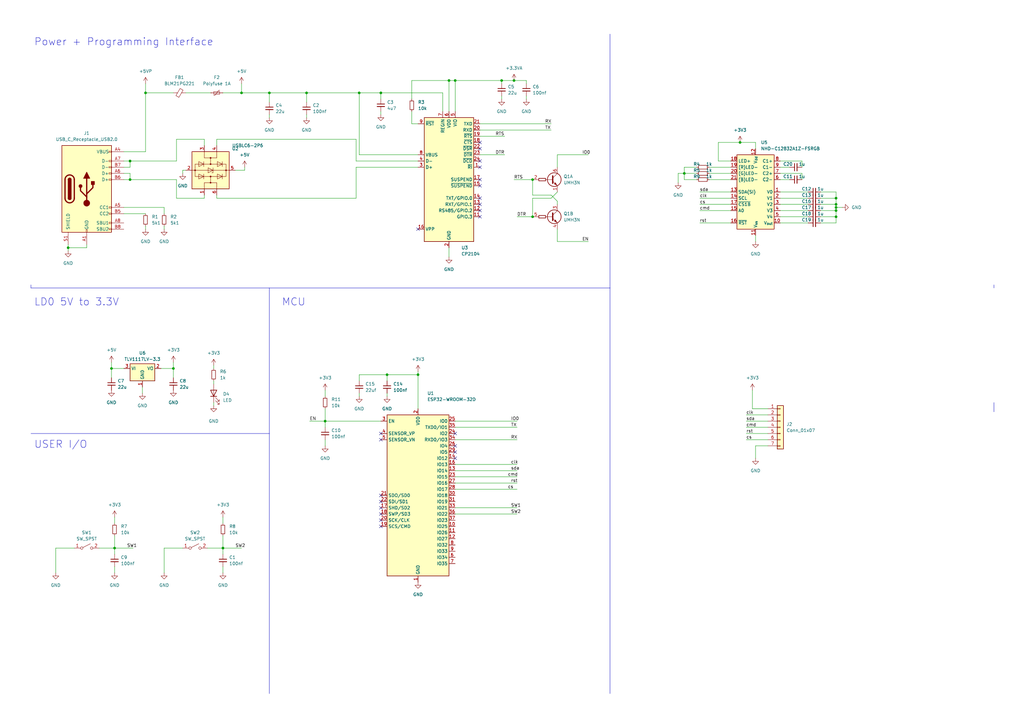
<source format=kicad_sch>
(kicad_sch (version 20230121) (generator eeschema)
  (paper "A3")
  (title_block (title "esp32 iot board") (date "2023-12-14") (rev "1.0") (company "By Nikolaj Gliese"))
  (lib_symbols
    (symbol "Connector:USB_C_Receptacle_USB2.0" (pin_names (offset 1.016))
      (property "Reference" "J1" (at 0 22.86 0))
      (property "Value" "USB_C_Receptacle_USB2.0" (at 0 20.32 0))
      (symbol "USB_C_Receptacle_USB2.0_1_1"
        (pin passive line (at 0 -22.86 90) (length 5.08) (name "GND") (number "A1"))
        (pin passive line (at 0 -22.86 90) (length 5.08) hide (name "GND") (number "A12"))
        (pin passive line (at 15.24 15.24 180) (length 5.08) (name "VBUS") (number "A4"))
        (pin bidirectional line (at 15.24 -7.62 180) (length 5.08) (name "CC1") (number "A5"))
        (pin bidirectional line (at 15.24 6.35 180) (length 5.08) (name "D+") (number "A6"))
        (pin bidirectional line (at 15.24 11.43 180) (length 5.08) (name "D-") (number "A7"))
        (pin bidirectional line (at 15.24 -13.97 180) (length 5.08) (name "SBU1") (number "A8"))
        (pin passive line (at 15.24 15.24 180) (length 5.08) hide (name "VBUS") (number "A9"))
        (pin passive line (at 0 -22.86 90) (length 5.08) hide (name "GND") (number "B1"))
        (pin passive line (at 0 -22.86 90) (length 5.08) hide (name "GND") (number "B12"))
        (pin passive line (at 15.24 15.24 180) (length 5.08) hide (name "VBUS") (number "B4"))
        (pin bidirectional line (at 15.24 -10.16 180) (length 5.08) (name "CC2") (number "B5"))
        (pin bidirectional line (at 15.24 3.81 180) (length 5.08) (name "D+") (number "B6"))
        (pin bidirectional line (at 15.24 8.89 180) (length 5.08) (name "D-") (number "B7"))
        (pin bidirectional line (at 15.24 -16.51 180) (length 5.08) (name "SBU2") (number "B8"))
        (pin passive line (at 15.24 15.24 180) (length 5.08) hide (name "VBUS") (number "B9"))
        (pin passive line (at -7.62 -22.86 90) (length 5.08) (name "SHIELD") (number "S1"))
      )
    )
    (symbol "Connector_Generic:Conn_01x07" (pin_names (offset 1.016) hide)
      (property "Reference" "J" (at 0 10.16 0))
      (property "Value" "Conn_01x07" (at 0 -10.16 0))
      (symbol "Conn_01x07_1_1"
        (pin passive line (at -5.08 7.62 0) (length 3.81) (name "Pin_1") (number "1"))
        (pin passive line (at -5.08 5.08 0) (length 3.81) (name "Pin_2") (number "2"))
        (pin passive line (at -5.08 2.54 0) (length 3.81) (name "Pin_3") (number "3"))
        (pin passive line (at -5.08 0 0) (length 3.81) (name "Pin_4") (number "4"))
        (pin passive line (at -5.08 -2.54 0) (length 3.81) (name "Pin_5") (number "5"))
        (pin passive line (at -5.08 -5.08 0) (length 3.81) (name "Pin_6") (number "6"))
        (pin passive line (at -5.08 -7.62 0) (length 3.81) (name "Pin_7") (number "7"))
      )
    )
    (symbol "Device:C_Small" (pin_numbers hide) (pin_names (offset 0.254) hide)
      (property "Reference" "C" (at 0.254 1.778 0))
      (property "Value" "C_Small" (at 0.254 -2.032 0))
      (symbol "C_Small_1_1"
        (pin passive line (at 0 2.54 270) (length 2.032) (name "~") (number "1"))
        (pin passive line (at 0 -2.54 90) (length 2.032) (name "~") (number "2"))
      )
    )
    (symbol "Device:FerriteBead_Small" (pin_numbers hide) (pin_names (offset 0))
      (property "Reference" "FB" (at 1.905 1.27 0))
      (property "Value" "FerriteBead_Small" (at 1.905 -1.27 0))
      (symbol "FerriteBead_Small_1_1"
        (pin passive line (at 0 2.54 270) (length 1.27) (name "~") (number "1"))
        (pin passive line (at 0 -2.54 90) (length 1.27) (name "~") (number "2"))
      )
    )
    (symbol "Device:LED" (pin_numbers hide) (pin_names (offset 1.016) hide)
      (property "Reference" "D" (at 0 2.54 0))
      (property "Value" "LED" (at 0 -2.54 0))
      (symbol "LED_1_1"
        (pin passive line (at -3.81 0 0) (length 2.54) (name "K") (number "1"))
        (pin passive line (at 3.81 0 180) (length 2.54) (name "A") (number "2"))
      )
    )
    (symbol "Device:Polyfuse_Small" (pin_numbers hide) (pin_names (offset 0))
      (property "Reference" "F" (at -1.905 0 90))
      (property "Value" "Polyfuse_Small" (at 1.905 0 90))
      (symbol "Polyfuse_Small_1_1"
        (pin passive line (at 0 2.54 270) (length 0.635) (name "~") (number "1"))
        (pin passive line (at 0 -2.54 90) (length 0.635) (name "~") (number "2"))
      )
    )
    (symbol "Device:R_Small" (pin_numbers hide) (pin_names (offset 0.254) hide)
      (property "Reference" "R" (at 0.762 0.508 0))
      (property "Value" "R_Small" (at 0.762 -1.016 0))
      (symbol "R_Small_1_1"
        (pin passive line (at 0 2.54 270) (length 0.762) (name "~") (number "1"))
        (pin passive line (at 0 -2.54 90) (length 0.762) (name "~") (number "2"))
      )
    )
    (symbol "Display_Graphic:NHD-C12832A1Z-FSRGB"
      (property "Reference" "U" (at -7.62 15.875 0))
      (property "Value" "NHD-C12832A1Z-FSRGB" (at 2.54 -16.51 0))
      (symbol "NHD-C12832A1Z-FSRGB_1_1"
        (pin passive line (at 10.16 0 180) (length 2.54) (name "V0") (number "1"))
        (pin passive line (at 10.16 -12.7 180) (length 2.54) (name "V_{out}") (number "10"))
        (pin power_in line (at 0 -17.78 90) (length 2.54) (name "V_{ss}") (number "11"))
        (pin power_in line (at 0 17.78 270) (length 2.54) (name "V_{dd}") (number "12"))
        (pin input line (at -10.16 0 0) (length 2.54) (name "SDA(SI)") (number "13"))
        (pin input line (at -10.16 -2.54 0) (length 2.54) (name "SCL") (number "14"))
        (pin input line (at -10.16 -7.62 0) (length 2.54) (name "A0") (number "15"))
        (pin input line (at -10.16 -12.7 0) (length 2.54) (name "~{RST}") (number "16"))
        (pin input line (at -10.16 -5.08 0) (length 2.54) (name "~{CS1B}") (number "17"))
        (pin passive line (at -10.16 12.7 0) (length 2.54) (name "LED+") (number "18"))
        (pin passive line (at -10.16 10.16 0) (length 2.54) (name "(R)LED-") (number "19"))
        (pin passive line (at 10.16 -2.54 180) (length 2.54) (name "V1") (number "2"))
        (pin passive line (at -10.16 7.62 0) (length 2.54) (name "(G)LED-") (number "20"))
        (pin passive line (at -10.16 5.08 0) (length 2.54) (name "(B)LED-") (number "21"))
        (pin passive line (at 10.16 -5.08 180) (length 2.54) (name "V2") (number "3"))
        (pin passive line (at 10.16 -7.62 180) (length 2.54) (name "V3") (number "4"))
        (pin passive line (at 10.16 -10.16 180) (length 2.54) (name "V4") (number "5"))
        (pin passive line (at 10.16 5.08 180) (length 2.54) (name "C2-") (number "6"))
        (pin passive line (at 10.16 7.62 180) (length 2.54) (name "C2+") (number "7"))
        (pin passive line (at 10.16 12.7 180) (length 2.54) (name "C1+") (number "8"))
        (pin passive line (at 10.16 10.16 180) (length 2.54) (name "C1-") (number "9"))
      )
    )
    (symbol "Interface_USB:CP2104"
      (property "Reference" "U" (at -5.08 28.575 0))
      (property "Value" "CP2104" (at -5.08 26.67 0))
      (symbol "CP2104_1_1"
        (pin input line (at 12.7 5.08 180) (length 2.54) (name "~{RI}") (number "1"))
        (pin no_connect line (at 10.16 -20.32 180) (length 2.54) hide (name "NC") (number "10"))
        (pin bidirectional line (at 12.7 -15.24 180) (length 2.54) (name "GPIO.3") (number "11"))
        (pin bidirectional line (at 12.7 -12.7 180) (length 2.54) (name "RS485/GPIO.2") (number "12"))
        (pin bidirectional line (at 12.7 -10.16 180) (length 2.54) (name "RXT/GPIO.1") (number "13"))
        (pin bidirectional line (at 12.7 -7.62 180) (length 2.54) (name "TXT/GPIO.0") (number "14"))
        (pin output line (at 12.7 -2.54 180) (length 2.54) (name "~{SUSPEND}") (number "15"))
        (pin passive line (at -12.7 -20.32 0) (length 2.54) (name "VPP") (number "16"))
        (pin output line (at 12.7 0 180) (length 2.54) (name "SUSPEND") (number "17"))
        (pin input line (at 12.7 15.24 180) (length 2.54) (name "~{CTS}") (number "18"))
        (pin output line (at 12.7 17.78 180) (length 2.54) (name "~{RTS}") (number "19"))
        (pin power_in line (at 0 -27.94 90) (length 2.54) (name "GND") (number "2"))
        (pin input line (at 12.7 20.32 180) (length 2.54) (name "RXD") (number "20"))
        (pin output line (at 12.7 22.86 180) (length 2.54) (name "TXD") (number "21"))
        (pin input line (at 12.7 12.7 180) (length 2.54) (name "~{DSR}") (number "22"))
        (pin output line (at 12.7 10.16 180) (length 2.54) (name "~{DTR}") (number "23"))
        (pin input line (at 12.7 7.62 180) (length 2.54) (name "~{DCD}") (number "24"))
        (pin passive line (at 0 -27.94 90) (length 2.54) hide (name "GND") (number "25"))
        (pin bidirectional line (at -12.7 5.08 0) (length 2.54) (name "D+") (number "3"))
        (pin bidirectional line (at -12.7 7.62 0) (length 2.54) (name "D-") (number "4"))
        (pin power_in line (at 2.54 27.94 270) (length 2.54) (name "VIO") (number "5"))
        (pin power_in line (at 0 27.94 270) (length 2.54) (name "VDD") (number "6"))
        (pin power_in line (at -2.54 27.94 270) (length 2.54) (name "REGIN") (number "7"))
        (pin input line (at -12.7 10.16 0) (length 2.54) (name "VBUS") (number "8"))
        (pin bidirectional line (at -12.7 22.86 0) (length 2.54) (name "~{RST}") (number "9"))
      )
    )
    (symbol "Power_Protection:USBLC6-2P6" (pin_names hide)
      (property "Reference" "U" (at 2.54 8.89 0))
      (property "Value" "USBLC6-2P6" (at 2.54 -8.89 0))
      (symbol "USBLC6-2P6_1_1"
        (pin passive line (at -10.16 -2.54 0) (length 2.54) (name "I/O1") (number "1"))
        (pin passive line (at 0 -10.16 90) (length 2.54) (name "GND") (number "2"))
        (pin passive line (at 10.16 -2.54 180) (length 2.54) (name "I/O2") (number "3"))
        (pin passive line (at 10.16 2.54 180) (length 2.54) (name "I/O2") (number "4"))
        (pin passive line (at 0 10.16 270) (length 2.54) (name "VBUS") (number "5"))
        (pin passive line (at -10.16 2.54 0) (length 2.54) (name "I/O1") (number "6"))
      )
    )
    (symbol "RF_Module:ESP32-WROOM-32D"
      (property "Reference" "U" (at -12.7 34.29 0))
      (property "Value" "ESP32-WROOM-32D" (at 1.27 34.29 0))
      (symbol "ESP32-WROOM-32D_1_1"
        (pin power_in line (at 0 -35.56 90) (length 2.54) (name "GND") (number "1"))
        (pin bidirectional line (at 15.24 -12.7 180) (length 2.54) (name "IO25") (number "10"))
        (pin bidirectional line (at 15.24 -15.24 180) (length 2.54) (name "IO26") (number "11"))
        (pin bidirectional line (at 15.24 -17.78 180) (length 2.54) (name "IO27") (number "12"))
        (pin bidirectional line (at 15.24 10.16 180) (length 2.54) (name "IO14") (number "13"))
        (pin bidirectional line (at 15.24 15.24 180) (length 2.54) (name "IO12") (number "14"))
        (pin passive line (at 0 -35.56 90) (length 2.54) hide (name "GND") (number "15"))
        (pin bidirectional line (at 15.24 12.7 180) (length 2.54) (name "IO13") (number "16"))
        (pin bidirectional line (at -15.24 -5.08 0) (length 2.54) (name "SHD/SD2") (number "17"))
        (pin bidirectional line (at -15.24 -7.62 0) (length 2.54) (name "SWP/SD3") (number "18"))
        (pin bidirectional line (at -15.24 -12.7 0) (length 2.54) (name "SCS/CMD") (number "19"))
        (pin power_in line (at 0 35.56 270) (length 2.54) (name "VDD") (number "2"))
        (pin bidirectional line (at -15.24 -10.16 0) (length 2.54) (name "SCK/CLK") (number "20"))
        (pin bidirectional line (at -15.24 0 0) (length 2.54) (name "SDO/SD0") (number "21"))
        (pin bidirectional line (at -15.24 -2.54 0) (length 2.54) (name "SDI/SD1") (number "22"))
        (pin bidirectional line (at 15.24 7.62 180) (length 2.54) (name "IO15") (number "23"))
        (pin bidirectional line (at 15.24 25.4 180) (length 2.54) (name "IO2") (number "24"))
        (pin bidirectional line (at 15.24 30.48 180) (length 2.54) (name "IO0") (number "25"))
        (pin bidirectional line (at 15.24 20.32 180) (length 2.54) (name "IO4") (number "26"))
        (pin bidirectional line (at 15.24 5.08 180) (length 2.54) (name "IO16") (number "27"))
        (pin bidirectional line (at 15.24 2.54 180) (length 2.54) (name "IO17") (number "28"))
        (pin bidirectional line (at 15.24 17.78 180) (length 2.54) (name "IO5") (number "29"))
        (pin input line (at -15.24 30.48 0) (length 2.54) (name "EN") (number "3"))
        (pin bidirectional line (at 15.24 0 180) (length 2.54) (name "IO18") (number "30"))
        (pin bidirectional line (at 15.24 -2.54 180) (length 2.54) (name "IO19") (number "31"))
        (pin no_connect line (at -12.7 -27.94 0) (length 2.54) hide (name "NC") (number "32"))
        (pin bidirectional line (at 15.24 -5.08 180) (length 2.54) (name "IO21") (number "33"))
        (pin bidirectional line (at 15.24 22.86 180) (length 2.54) (name "RXD0/IO3") (number "34"))
        (pin bidirectional line (at 15.24 27.94 180) (length 2.54) (name "TXD0/IO1") (number "35"))
        (pin bidirectional line (at 15.24 -7.62 180) (length 2.54) (name "IO22") (number "36"))
        (pin bidirectional line (at 15.24 -10.16 180) (length 2.54) (name "IO23") (number "37"))
        (pin passive line (at 0 -35.56 90) (length 2.54) hide (name "GND") (number "38"))
        (pin passive line (at 0 -35.56 90) (length 2.54) hide (name "GND") (number "39"))
        (pin input line (at -15.24 25.4 0) (length 2.54) (name "SENSOR_VP") (number "4"))
        (pin input line (at -15.24 22.86 0) (length 2.54) (name "SENSOR_VN") (number "5"))
        (pin input line (at 15.24 -25.4 180) (length 2.54) (name "IO34") (number "6"))
        (pin input line (at 15.24 -27.94 180) (length 2.54) (name "IO35") (number "7"))
        (pin bidirectional line (at 15.24 -20.32 180) (length 2.54) (name "IO32") (number "8"))
        (pin bidirectional line (at 15.24 -22.86 180) (length 2.54) (name "IO33") (number "9"))
      )
    )
    (symbol "Regulator_Linear:LM1117MP-3.3"
      (property "Reference" "U" (at -3.81 3.175 0))
      (property "Value" "LM1117MP-3.3" (at 0 3.175 0))
      (symbol "LM1117MP-3.3_1_1"
        (pin power_in line (at 0 -7.62 90) (length 2.54) (name "GND") (number "1"))
        (pin power_out line (at 7.62 0 180) (length 2.54) (name "VO") (number "2"))
        (pin power_in line (at -7.62 0 0) (length 2.54) (name "VI") (number "3"))
      )
    )
    (symbol "Switch:SW_SPST" (pin_names (offset 0) hide)
      (property "Reference" "SW" (at 0 3.175 0))
      (property "Value" "SW_SPST" (at 0 -2.54 0))
      (symbol "SW_SPST_1_1"
        (pin passive line (at -5.08 0 0) (length 2.54) (name "A") (number "1"))
        (pin passive line (at 5.08 0 180) (length 2.54) (name "B") (number "2"))
      )
    )
    (symbol "Transistor_BJT:UMH3N" (pin_names hide)
      (property "Reference" "Q" (at 7.62 1.27 0))
      (property "Value" "UMH3N" (at 7.62 -1.27 0))
      (symbol "UMH3N_1_1"
        (pin passive line (at 5.08 -5.08 90) (length 2.54) (name "E1") (number "1"))
        (pin input line (at -5.08 0 0) (length 2.54) (name "B1") (number "2"))
        (pin passive line (at 5.08 5.08 270) (length 2.54) (name "C1") (number "6"))
      )
      (symbol "UMH3N_2_1"
        (pin passive line (at 5.08 5.08 270) (length 2.54) (name "C2") (number "3"))
        (pin passive line (at 5.08 -5.08 90) (length 2.54) (name "E2") (number "4"))
        (pin input line (at -5.08 0 0) (length 2.54) (name "B2") (number "5"))
      )
    )
    (symbol "power:+3.3VA" (power) (pin_names (offset 0))
      (property "Value" "+3.3VA" (at 0 3.556 0))
      (symbol "+3.3VA_1_1"
        (pin power_in line (at 0 0 90) (length 0) hide (name "+3.3VA") (number "1"))
      )
    )
    (symbol "power:+3V3" (power) (pin_names (offset 0))
      (property "Value" "+3V3" (at 0 3.556 0))
      (symbol "+3V3_1_1"
        (pin power_in line (at 0 0 90) (length 0) hide (name "+3V3") (number "1"))
      )
    )
    (symbol "power:+5V" (power) (pin_names (offset 0))
      (property "Value" "+5V" (at 0 3.556 0))
      (symbol "+5V_1_1"
        (pin power_in line (at 0 0 90) (length 0) hide (name "+5V") (number "1"))
      )
    )
    (symbol "power:+5VP" (power) (pin_names (offset 0))
      (property "Value" "+5VP" (at 0 3.556 0))
      (symbol "+5VP_1_1"
        (pin power_in line (at 0 0 90) (length 0) hide (name "+5VP") (number "1"))
      )
    )
    (symbol "power:GND" (power) (pin_names (offset 0))
      (property "Value" "GND" (at 0 -3.81 0))
      (symbol "GND_1_1"
        (pin power_in line (at 0 0 270) (length 0) hide (name "GND") (number "1"))
      )
    )
  )
  (junction (at 110.49 38.1))
  (junction (at 99.06 38.1))
  (junction (at 125.73 38.1))
  (junction (at 205.74 33.02))
  (junction (at 45.72 151.13))
  (junction (at 186.69 33.02))
  (junction (at 158.75 153.67))
  (junction (at 53.34 66.04))
  (junction (at 342.9 86.36))
  (junction (at 133.35 172.72))
  (junction (at 280.67 71.12))
  (junction (at 91.44 224.79))
  (junction (at 147.32 38.1))
  (junction (at 156.21 38.1))
  (junction (at 342.9 81.28))
  (junction (at 342.9 83.82))
  (junction (at 171.45 153.67))
  (junction (at 27.94 101.6))
  (junction (at 184.15 33.02))
  (junction (at 71.12 151.13))
  (junction (at 59.69 38.1))
  (junction (at 53.34 73.66))
  (junction (at 342.9 88.9))
  (junction (at 46.99 224.79))
  (junction (at 303.53 58.42))
  (junction (at 342.9 85.09))
  (junction (at 218.44 73.66))
  (junction (at 210.82 33.02))
  (junction (at 218.44 88.9))
  (no_connect (at 186.69 187.96))
  (no_connect (at 186.69 177.8))
  (no_connect (at 186.69 182.88))
  (no_connect (at 196.85 76.2))
  (no_connect (at 196.85 81.28))
  (no_connect (at 196.85 83.82))
  (no_connect (at 156.21 208.28))
  (no_connect (at 156.21 215.9))
  (no_connect (at 156.21 210.82))
  (no_connect (at 196.85 88.9))
  (no_connect (at 196.85 86.36))
  (no_connect (at 156.21 180.34))
  (no_connect (at 156.21 213.36))
  (no_connect (at 186.69 185.42))
  (no_connect (at 156.21 203.2))
  (no_connect (at 156.21 177.8))
  (no_connect (at 196.85 73.66))
  (no_connect (at 196.85 58.42))
  (no_connect (at 196.85 66.04))
  (no_connect (at 196.85 60.96))
  (no_connect (at 196.85 68.58))
  (no_connect (at 156.21 205.74))
  (no_connect (at 171.45 93.98))
  (polyline (pts (xy 110.49 177.8) (xy 110.49 284.48)))
  (wire (pts (xy 184.15 101.6) (xy 184.15 105.41)))
  (wire (pts (xy 125.73 38.1) (xy 147.32 38.1)))
  (wire (pts (xy 205.74 33.02) (xy 186.69 33.02)))
  (wire (pts (xy 342.9 81.28) (xy 342.9 83.82)))
  (wire (pts (xy 67.31 92.71) (xy 67.31 93.98)))
  (wire (pts (xy 91.44 232.41) (xy 91.44 234.95)))
  (wire (pts (xy 110.49 46.99) (xy 110.49 48.26)))
  (wire (pts (xy 91.44 224.79) (xy 99.06 224.79)))
  (wire (pts (xy 320.04 86.36) (xy 331.47 86.36)))
  (wire (pts (xy 280.67 73.66) (xy 280.67 71.12)))
  (wire (pts (xy 59.69 34.29) (xy 59.69 38.1)))
  (wire (pts (xy 87.63 157.48) (xy 87.63 156.21)))
  (wire (pts (xy 205.74 33.02) (xy 210.82 33.02)))
  (wire (pts (xy 186.69 190.5) (xy 212.09 190.5)))
  (polyline (pts (xy 12.7 177.8) (xy 110.49 177.8)))
  (wire (pts (xy 133.35 160.02) (xy 133.35 162.56)))
  (wire (pts (xy 320.04 81.28) (xy 331.47 81.28)))
  (wire (pts (xy 171.45 152.4) (xy 171.45 153.67)))
  (wire (pts (xy 196.85 63.5) (xy 207.01 63.5)))
  (wire (pts (xy 27.94 100.33) (xy 27.94 101.6)))
  (wire (pts (xy 110.49 38.1) (xy 125.73 38.1)))
  (wire (pts (xy 228.6 93.98) (xy 228.6 99.06)))
  (wire (pts (xy 72.39 57.15) (xy 83.82 57.15)))
  (wire (pts (xy 99.06 34.29) (xy 99.06 38.1)))
  (wire (pts (xy 133.35 172.72) (xy 133.35 175.26)))
  (wire (pts (xy 336.55 81.28) (xy 342.9 81.28)))
  (wire (pts (xy 45.72 148.59) (xy 45.72 151.13)))
  (wire (pts (xy 210.82 73.66) (xy 218.44 73.66)))
  (wire (pts (xy 71.12 151.13) (xy 71.12 154.94)))
  (wire (pts (xy 50.8 62.23) (xy 59.69 62.23)))
  (wire (pts (xy 110.49 38.1) (xy 110.49 41.91)))
  (wire (pts (xy 299.72 66.04) (xy 294.64 66.04)))
  (wire (pts (xy 186.69 180.34) (xy 212.09 180.34)))
  (wire (pts (xy 336.55 83.82) (xy 342.9 83.82)))
  (wire (pts (xy 306.07 170.18) (xy 314.96 170.18)))
  (wire (pts (xy 196.85 55.88) (xy 207.01 55.88)))
  (wire (pts (xy 314.96 167.64) (xy 308.61 167.64)))
  (wire (pts (xy 72.39 81.28) (xy 83.82 81.28)))
  (wire (pts (xy 186.69 175.26) (xy 212.09 175.26)))
  (wire (pts (xy 309.88 182.88) (xy 309.88 187.96)))
  (wire (pts (xy 59.69 38.1) (xy 59.69 62.23)))
  (wire (pts (xy 294.64 66.04) (xy 294.64 58.42)))
  (wire (pts (xy 88.9 57.15) (xy 146.05 57.15)))
  (wire (pts (xy 88.9 59.69) (xy 88.9 57.15)))
  (wire (pts (xy 67.31 224.79) (xy 67.31 234.95)))
  (wire (pts (xy 320.04 91.44) (xy 331.47 91.44)))
  (wire (pts (xy 156.21 45.72) (xy 156.21 46.99)))
  (wire (pts (xy 342.9 86.36) (xy 342.9 85.09)))
  (wire (pts (xy 309.88 96.52) (xy 309.88 99.06)))
  (wire (pts (xy 158.75 161.29) (xy 158.75 162.56)))
  (wire (pts (xy 35.56 100.33) (xy 35.56 101.6)))
  (wire (pts (xy 146.05 68.58) (xy 171.45 68.58)))
  (wire (pts (xy 46.99 219.71) (xy 46.99 224.79)))
  (wire (pts (xy 218.44 73.66) (xy 218.44 80.01)))
  (wire (pts (xy 147.32 161.29) (xy 147.32 162.56)))
  (wire (pts (xy 96.52 69.85) (xy 100.33 69.85)))
  (wire (pts (xy 147.32 38.1) (xy 147.32 63.5)))
  (wire (pts (xy 71.12 148.59) (xy 71.12 151.13)))
  (wire (pts (xy 171.45 63.5) (xy 147.32 63.5)))
  (wire (pts (xy 133.35 180.34) (xy 133.35 182.88)))
  (wire (pts (xy 127 172.72) (xy 133.35 172.72)))
  (polyline (pts (xy 250.19 118.11) (xy 12.7 118.11)))
  (wire (pts (xy 215.9 33.02) (xy 215.9 34.29)))
  (wire (pts (xy 342.9 85.09) (xy 345.44 85.09)))
  (polyline (pts (xy 407.67 116.84) (xy 407.67 118.11)))
  (wire (pts (xy 228.6 78.74) (xy 226.06 81.28)))
  (polyline (pts (xy 12.7 116.84) (xy 12.7 118.11)))
  (wire (pts (xy 228.6 68.58) (xy 228.6 63.5)))
  (wire (pts (xy 228.6 99.06) (xy 241.3 99.06)))
  (wire (pts (xy 91.44 219.71) (xy 91.44 224.79)))
  (wire (pts (xy 53.34 66.04) (xy 72.39 66.04)))
  (wire (pts (xy 184.15 33.02) (xy 186.69 33.02)))
  (wire (pts (xy 336.55 91.44) (xy 342.9 91.44)))
  (wire (pts (xy 156.21 38.1) (xy 156.21 40.64)))
  (wire (pts (xy 22.86 224.79) (xy 22.86 234.95)))
  (wire (pts (xy 50.8 73.66) (xy 53.34 73.66)))
  (wire (pts (xy 146.05 66.04) (xy 171.45 66.04)))
  (wire (pts (xy 91.44 38.1) (xy 99.06 38.1)))
  (wire (pts (xy 100.33 68.58) (xy 100.33 69.85)))
  (wire (pts (xy 50.8 151.13) (xy 45.72 151.13)))
  (wire (pts (xy 76.2 69.85) (xy 74.93 69.85)))
  (wire (pts (xy 74.93 224.79) (xy 67.31 224.79)))
  (wire (pts (xy 46.99 224.79) (xy 54.61 224.79)))
  (wire (pts (xy 320.04 73.66) (xy 323.85 73.66)))
  (wire (pts (xy 88.9 80.01) (xy 88.9 81.28)))
  (wire (pts (xy 133.35 167.64) (xy 133.35 172.72)))
  (wire (pts (xy 181.61 45.72) (xy 181.61 38.1)))
  (wire (pts (xy 210.82 33.02) (xy 215.9 33.02)))
  (wire (pts (xy 336.55 78.74) (xy 342.9 78.74)))
  (wire (pts (xy 320.04 68.58) (xy 323.85 68.58)))
  (wire (pts (xy 147.32 153.67) (xy 158.75 153.67)))
  (wire (pts (xy 280.67 68.58) (xy 280.67 71.12)))
  (wire (pts (xy 320.04 83.82) (xy 331.47 83.82)))
  (wire (pts (xy 53.34 73.66) (xy 53.34 71.12)))
  (wire (pts (xy 290.83 68.58) (xy 299.72 68.58)))
  (wire (pts (xy 218.44 80.01) (xy 226.06 80.01)))
  (wire (pts (xy 306.07 177.8) (xy 314.96 177.8)))
  (wire (pts (xy 308.61 160.02) (xy 308.61 167.64)))
  (wire (pts (xy 83.82 57.15) (xy 83.82 59.69)))
  (wire (pts (xy 45.72 151.13) (xy 45.72 154.94)))
  (wire (pts (xy 27.94 101.6) (xy 27.94 102.87)))
  (wire (pts (xy 228.6 63.5) (xy 241.3 63.5)))
  (wire (pts (xy 125.73 38.1) (xy 125.73 41.91)))
  (wire (pts (xy 328.93 71.12) (xy 328.93 73.66)))
  (wire (pts (xy 306.07 172.72) (xy 314.96 172.72)))
  (wire (pts (xy 287.02 78.74) (xy 299.72 78.74)))
  (wire (pts (xy 342.9 91.44) (xy 342.9 88.9)))
  (wire (pts (xy 50.8 87.63) (xy 59.69 87.63)))
  (wire (pts (xy 306.07 175.26) (xy 314.96 175.26)))
  (wire (pts (xy 320.04 78.74) (xy 331.47 78.74)))
  (wire (pts (xy 146.05 81.28) (xy 146.05 68.58)))
  (polyline (pts (xy 407.67 168.91) (xy 407.67 165.1)))
  (wire (pts (xy 287.02 86.36) (xy 299.72 86.36)))
  (wire (pts (xy 328.93 66.04) (xy 328.93 68.58)))
  (wire (pts (xy 184.15 33.02) (xy 184.15 45.72)))
  (wire (pts (xy 205.74 33.02) (xy 205.74 34.29)))
  (wire (pts (xy 146.05 57.15) (xy 146.05 66.04)))
  (wire (pts (xy 287.02 83.82) (xy 299.72 83.82)))
  (wire (pts (xy 91.44 212.09) (xy 91.44 214.63)))
  (wire (pts (xy 285.75 73.66) (xy 280.67 73.66)))
  (wire (pts (xy 156.21 38.1) (xy 181.61 38.1)))
  (wire (pts (xy 74.93 69.85) (xy 74.93 71.12)))
  (wire (pts (xy 147.32 156.21) (xy 147.32 153.67)))
  (wire (pts (xy 76.2 38.1) (xy 86.36 38.1)))
  (wire (pts (xy 278.13 71.12) (xy 280.67 71.12)))
  (wire (pts (xy 228.6 82.55) (xy 228.6 83.82)))
  (wire (pts (xy 290.83 71.12) (xy 299.72 71.12)))
  (wire (pts (xy 72.39 66.04) (xy 72.39 57.15)))
  (polyline (pts (xy 250.19 118.11) (xy 250.19 284.48)))
  (wire (pts (xy 85.09 224.79) (xy 91.44 224.79)))
  (wire (pts (xy 186.69 33.02) (xy 186.69 45.72)))
  (polyline (pts (xy 110.49 118.11) (xy 110.49 177.8)))
  (wire (pts (xy 218.44 81.28) (xy 218.44 88.9)))
  (wire (pts (xy 87.63 149.86) (xy 87.63 151.13)))
  (wire (pts (xy 186.69 200.66) (xy 212.09 200.66)))
  (wire (pts (xy 320.04 71.12) (xy 328.93 71.12)))
  (wire (pts (xy 215.9 39.37) (xy 215.9 40.64)))
  (wire (pts (xy 314.96 182.88) (xy 309.88 182.88)))
  (wire (pts (xy 186.69 172.72) (xy 212.09 172.72)))
  (wire (pts (xy 66.04 151.13) (xy 71.12 151.13)))
  (wire (pts (xy 186.69 198.12) (xy 212.09 198.12)))
  (wire (pts (xy 72.39 73.66) (xy 72.39 81.28)))
  (wire (pts (xy 186.69 208.28) (xy 212.09 208.28)))
  (wire (pts (xy 27.94 101.6) (xy 35.56 101.6)))
  (wire (pts (xy 278.13 74.93) (xy 278.13 71.12)))
  (wire (pts (xy 88.9 81.28) (xy 146.05 81.28)))
  (wire (pts (xy 30.48 224.79) (xy 22.86 224.79)))
  (wire (pts (xy 53.34 71.12) (xy 50.8 71.12)))
  (wire (pts (xy 226.06 80.01) (xy 228.6 82.55)))
  (wire (pts (xy 53.34 66.04) (xy 50.8 66.04)))
  (wire (pts (xy 287.02 81.28) (xy 299.72 81.28)))
  (wire (pts (xy 285.75 68.58) (xy 280.67 68.58)))
  (wire (pts (xy 53.34 68.58) (xy 53.34 66.04)))
  (wire (pts (xy 186.69 193.04) (xy 212.09 193.04)))
  (wire (pts (xy 306.07 180.34) (xy 314.96 180.34)))
  (wire (pts (xy 290.83 73.66) (xy 299.72 73.66)))
  (wire (pts (xy 186.69 210.82) (xy 212.09 210.82)))
  (wire (pts (xy 168.91 45.72) (xy 168.91 50.8)))
  (wire (pts (xy 59.69 92.71) (xy 59.69 93.98)))
  (wire (pts (xy 196.85 53.34) (xy 226.06 53.34)))
  (wire (pts (xy 58.42 158.75) (xy 58.42 161.29)))
  (wire (pts (xy 336.55 86.36) (xy 342.9 86.36)))
  (wire (pts (xy 320.04 66.04) (xy 328.93 66.04)))
  (wire (pts (xy 50.8 85.09) (xy 67.31 85.09)))
  (polyline (pts (xy 250.19 13.97) (xy 250.19 118.11)))
  (wire (pts (xy 99.06 38.1) (xy 110.49 38.1)))
  (wire (pts (xy 294.64 58.42) (xy 303.53 58.42)))
  (wire (pts (xy 46.99 232.41) (xy 46.99 234.95)))
  (wire (pts (xy 83.82 81.28) (xy 83.82 80.01)))
  (wire (pts (xy 280.67 71.12) (xy 285.75 71.12)))
  (wire (pts (xy 133.35 172.72) (xy 156.21 172.72)))
  (wire (pts (xy 46.99 224.79) (xy 46.99 227.33)))
  (wire (pts (xy 342.9 83.82) (xy 342.9 85.09)))
  (wire (pts (xy 59.69 38.1) (xy 71.12 38.1)))
  (wire (pts (xy 50.8 68.58) (xy 53.34 68.58)))
  (wire (pts (xy 147.32 38.1) (xy 156.21 38.1)))
  (wire (pts (xy 53.34 73.66) (xy 72.39 73.66)))
  (wire (pts (xy 342.9 88.9) (xy 342.9 86.36)))
  (wire (pts (xy 287.02 91.44) (xy 299.72 91.44)))
  (wire (pts (xy 168.91 33.02) (xy 184.15 33.02)))
  (wire (pts (xy 205.74 39.37) (xy 205.74 40.64)))
  (wire (pts (xy 196.85 50.8) (xy 226.06 50.8)))
  (wire (pts (xy 186.69 195.58) (xy 212.09 195.58)))
  (wire (pts (xy 320.04 88.9) (xy 331.47 88.9)))
  (wire (pts (xy 303.53 58.42) (xy 309.88 58.42)))
  (wire (pts (xy 218.44 81.28) (xy 226.06 81.28)))
  (wire (pts (xy 309.88 58.42) (xy 309.88 60.96)))
  (wire (pts (xy 336.55 88.9) (xy 342.9 88.9)))
  (wire (pts (xy 87.63 165.1) (xy 87.63 166.37)))
  (wire (pts (xy 171.45 153.67) (xy 171.45 167.64)))
  (wire (pts (xy 158.75 153.67) (xy 158.75 156.21)))
  (wire (pts (xy 168.91 50.8) (xy 171.45 50.8)))
  (wire (pts (xy 212.09 88.9) (xy 218.44 88.9)))
  (wire (pts (xy 342.9 78.74) (xy 342.9 81.28)))
  (wire (pts (xy 158.75 153.67) (xy 171.45 153.67)))
  (wire (pts (xy 168.91 40.64) (xy 168.91 33.02)))
  (wire (pts (xy 46.99 212.09) (xy 46.99 214.63)))
  (wire (pts (xy 125.73 46.99) (xy 125.73 48.26)))
  (wire (pts (xy 67.31 85.09) (xy 67.31 87.63)))
  (wire (pts (xy 91.44 224.79) (xy 91.44 227.33)))
  (wire (pts (xy 40.64 224.79) (xy 46.99 224.79)))
  (text "LD0 5V to 3.3V" (at 13.97 125.73 0) (effects (font (size 3 3)) (justify left bottom)))
  (text "Power + Programming Interface" (at 13.97 19.05 0) (effects (font (size 3 3)) (justify left bottom)))
  (text "MCU" (at 115.57 125.73 0) (effects (font (size 3 3)) (justify left bottom)))
  (text "USER I/O" (at 13.97 184.15 0) (effects (font (size 3 3)) (justify left bottom)))
  (label "RTS" (at 210.82 73.66 0))
  (label "cs" (at 306.07 180.34 0))
  (label "cmd" (at 287.02 86.36 0))
  (label "SW1" (at 209.55 208.28 0))
  (label "sda" (at 306.07 172.72 0))
  (label "rst" (at 287.02 91.44 0))
  (label "clk" (at 306.07 170.18 0))
  (label "cmd" (at 208.28 195.58 0))
  (label "clk" (at 287.02 81.28 0))
  (label "DTR" (at 203.2 63.5 0))
  (label "RX" (at 209.55 180.34 0))
  (label "RX" (at 223.52 50.8 0))
  (label "TX" (at 209.55 175.26 0))
  (label "DTR" (at 212.09 88.9 0))
  (label "rst" (at 209.55 198.12 0))
  (label "SW2" (at 96.52 224.79 0))
  (label "EN" (at 127 172.72 0))
  (label "cs" (at 287.02 83.82 0))
  (label "TX" (at 223.52 53.34 0))
  (label "sda" (at 209.55 193.04 0))
  (label "cmd" (at 306.07 175.26 0))
  (label "IO0" (at 209.55 172.72 0))
  (label "cs" (at 208.28 200.66 0))
  (label "EN" (at 238.76 99.06 0))
  (label "rst" (at 306.07 177.8 0))
  (label "sda" (at 287.02 78.74 0))
  (label "SW2" (at 209.55 210.82 0))
  (label "SW1" (at 52.07 224.79 0))
  (label "RTS" (at 203.2 55.88 0))
  (label "IO0" (at 238.76 63.5 0))
  (label "clk" (at 209.55 190.5 0))
  (symbol (lib_id "Device:C_Small") (at 125.73 44.45 0) (unit 1)
    (property "Reference" "C2" (at 128.27 43.1863 0) (effects (justify left)))
    (property "Value" "100nf" (at 128.27 45.7263 0) (effects (justify left)))
    (property "Footprint" "Capacitor_SMD:C_1206_3216Metric" (effects hide))
    (property "LCSC" "C77502" (effects hide))
  )
  (symbol (lib_id "power:+3V3") (at 133.35 160.02 0) (unit 1)
    (property "Reference" "#PWR030" (effects hide))
    (property "Value" "+3V3" (at 133.35 154.94 0))
  )
  (symbol (lib_id "Device:C_Small") (at 205.74 36.83 0) (unit 1)
    (property "Reference" "C5" (at 208.28 35.5663 0) (effects (justify left)))
    (property "Value" "22u" (at 208.28 38.1063 0) (effects (justify left)))
    (property "Footprint" "Capacitor_SMD:C_1206_3216Metric" (effects hide))
    (property "LCSC" "C304004" (effects hide))
  )
  (symbol (lib_id "power:GND") (at 67.31 234.95 0) (unit 1)
    (property "Reference" "#PWR024" (effects hide))
    (property "Value" "GND" (at 67.31 240.03 0))
  )
  (symbol (lib_id "power:GND") (at 71.12 160.02 0) (unit 1)
    (property "Reference" "#PWR015" (effects hide))
    (property "Value" "GND" (at 71.12 165.1 0))
  )
  (symbol (lib_id "power:+3V3") (at 308.61 160.02 0) (unit 1)
    (property "Reference" "#PWR036" (effects hide))
    (property "Value" "+3V3" (at 308.61 154.94 0))
  )
  (symbol (lib_id "power:GND") (at 27.94 102.87 0) (unit 1)
    (property "Reference" "#PWR01" (effects hide))
    (property "Value" "GND" (at 27.94 107.95 0))
  )
  (symbol (lib_id "Transistor_BJT:UMH3N") (at 223.52 73.66 0) (unit 1)
    (property "Reference" "Q1" (at 231.14 72.39 0) (effects (justify left)))
    (property "Value" "UMH3N" (at 231.14 74.93 0) (effects (justify left)))
    (property "Footprint" "Package_TO_SOT_SMD:SOT-363_SC-70-6" (effects hide))
    (property "Datasheet" "http://rohmfs.rohm.com/en/products/databook/datasheet/discrete/transistor/digital/emh3t2r-e.pdf" (effects hide))
    (property "LCSC" "C62892" (effects hide))
  )
  (symbol (lib_id "Device:C_Small") (at 110.49 44.45 0) (unit 1)
    (property "Reference" "C4" (at 113.03 43.1863 0) (effects (justify left)))
    (property "Value" "22u" (at 113.03 45.7263 0) (effects (justify left)))
    (property "Footprint" "Capacitor_SMD:C_1206_3216Metric" (effects hide))
    (property "LCSC" "C304004" (effects hide))
  )
  (symbol (lib_id "power:+3V3") (at 46.99 212.09 0) (unit 1)
    (property "Reference" "#PWR023" (effects hide))
    (property "Value" "+3V3" (at 46.99 207.01 0))
  )
  (symbol (lib_id "power:GND") (at 171.45 238.76 0) (unit 1)
    (property "Reference" "#PWR052" (effects hide))
    (property "Value" "GND" (at 171.45 243.84 0))
  )
  (symbol (lib_id "Device:C_Small") (at 71.12 157.48 0) (unit 1)
    (property "Reference" "C8" (at 73.66 156.2163 0) (effects (justify left)))
    (property "Value" "22u" (at 73.66 158.7563 0) (effects (justify left)))
    (property "Footprint" "Capacitor_SMD:C_1206_3216Metric" (effects hide))
    (property "LCSC" "C304004" (effects hide))
  )
  (symbol (lib_id "power:GND") (at 125.73 48.26 0) (unit 1)
    (property "Reference" "#PWR08" (effects hide))
    (property "Value" "GND" (at 125.73 53.34 0))
  )
  (symbol (lib_id "Device:C_Small") (at 334.01 86.36 90) (unit 1)
    (property "Reference" "C17" (at 332.74 85.09 90) (effects (justify left)))
    (property "Value" "1u" (at 337.82 85.09 90) (effects (justify left)))
    (property "Footprint" "Capacitor_SMD:C_0603_1608Metric" (effects hide))
    (property "LCSC" "C559292" (effects hide))
  )
  (symbol (lib_id "power:+5V") (at 99.06 34.29 0) (unit 1)
    (property "Reference" "#PWR06" (effects hide))
    (property "Value" "+5V" (at 99.06 29.21 0))
  )
  (symbol (lib_id "Device:R_Small") (at 133.35 165.1 0) (unit 1)
    (property "Reference" "R11" (at 135.89 163.83 0) (effects (justify left)))
    (property "Value" "10k" (at 135.89 166.37 0) (effects (justify left)))
    (property "Footprint" "Resistor_SMD:R_1206_3216Metric" (effects hide))
    (property "LCSC" "C118075" (effects hide))
  )
  (symbol (lib_id "Device:FerriteBead_Small") (at 73.66 38.1 90) (unit 1)
    (property "Reference" "FB1" (at 73.6219 31.75 90))
    (property "Value" "BLM21PG221" (at 73.6219 34.29 90))
    (property "Footprint" "Inductor_SMD:L_0603_1608Metric_Pad1.05x0.95mm_HandSolder" (effects hide))
    (property "LCSC" "C85840" (effects hide))
  )
  (symbol (lib_id "Device:Polyfuse_Small") (at 88.9 38.1 90) (unit 1)
    (property "Reference" "F2" (at 88.9 31.75 90))
    (property "Value" "Polyfuse 1A" (at 88.9 34.29 90))
    (property "Footprint" "Fuse:Fuse_1206_3216Metric_Pad1.42x1.75mm_HandSolder" (effects hide))
    (property "LCSC" "C66453" (effects hide))
  )
  (symbol (lib_id "Device:R_Small") (at 87.63 153.67 0) (unit 1)
    (property "Reference" "R6" (at 90.17 152.4 0) (effects (justify left)))
    (property "Value" "1k" (at 90.17 154.94 0) (effects (justify left)))
    (property "Footprint" "Resistor_SMD:R_1206_3216Metric" (effects hide))
    (property "LCSC" "C131398" (effects hide))
  )
  (symbol (lib_id "Device:C_Small") (at 158.75 158.75 0) (unit 1)
    (property "Reference" "C14" (at 161.29 157.4863 0) (effects (justify left)))
    (property "Value" "100nf" (at 161.29 160.0263 0) (effects (justify left)))
    (property "Footprint" "Capacitor_SMD:C_1206_3216Metric" (effects hide))
    (property "LCSC" "C77502" (effects hide))
  )
  (symbol (lib_id "Device:LED") (at 87.63 161.29 90) (unit 1)
    (property "Reference" "D4" (at 91.44 161.6075 90) (effects (justify right)))
    (property "Value" "LED" (at 91.44 164.1475 90) (effects (justify right)))
    (property "Footprint" "LED_SMD:LED_1206_3216Metric" (effects hide))
  )
  (symbol (lib_id "power:GND") (at 278.13 74.93 0) (unit 1)
    (property "Reference" "#PWR028" (effects hide))
    (property "Value" "GND" (at 278.13 80.01 0))
  )
  (symbol (lib_id "power:GND") (at 91.44 234.95 0) (unit 1)
    (property "Reference" "#PWR035" (effects hide))
    (property "Value" "GND" (at 91.44 240.03 0))
  )
  (symbol (lib_id "power:GND") (at 309.88 99.06 0) (unit 1)
    (property "Reference" "#PWR027" (effects hide))
    (property "Value" "GND" (at 309.88 104.14 0))
  )
  (symbol (lib_id "Device:C_Small") (at 215.9 36.83 0) (unit 1)
    (property "Reference" "C6" (at 218.44 35.5663 0) (effects (justify left)))
    (property "Value" "100nf" (at 218.44 38.1063 0) (effects (justify left)))
    (property "Footprint" "Capacitor_SMD:C_1206_3216Metric" (effects hide))
    (property "LCSC" "C77502" (effects hide))
  )
  (symbol (lib_id "Device:C_Small") (at 334.01 83.82 90) (unit 1)
    (property "Reference" "C16" (at 332.74 82.55 90) (effects (justify left)))
    (property "Value" "1u" (at 337.82 82.55 90) (effects (justify left)))
    (property "Footprint" "Capacitor_SMD:C_0603_1608Metric" (effects hide))
    (property "LCSC" "C559292" (effects hide))
  )
  (symbol (lib_id "Switch:SW_SPST") (at 35.56 224.79 0) (unit 1)
    (property "Reference" "SW1" (at 35.56 218.44 0))
    (property "Value" "SW_SPST" (at 35.56 220.98 0))
    (property "Footprint" "Button_Switch_SMD:SW_Push_1P1T_NO_6x6mm_H9.5mm" (effects hide))
    (property "LCSC" "C221869" (effects hide))
  )
  (symbol (lib_id "power:GND") (at 46.99 234.95 0) (unit 1)
    (property "Reference" "#PWR022" (effects hide))
    (property "Value" "GND" (at 46.99 240.03 0))
  )
  (symbol (lib_id "Device:R_Small") (at 46.99 217.17 0) (unit 1)
    (property "Reference" "R7" (at 49.53 215.9 0) (effects (justify left)))
    (property "Value" "10k" (at 49.53 218.44 0) (effects (justify left)))
    (property "Footprint" "Resistor_SMD:R_1206_3216Metric" (effects hide))
    (property "LCSC" "C118075" (effects hide))
  )
  (symbol (lib_id "power:GND") (at 156.21 46.99 0) (unit 1)
    (property "Reference" "#PWR09" (effects hide))
    (property "Value" "GND" (at 156.21 52.07 0))
  )
  (symbol (lib_id "power:+3V3") (at 87.63 149.86 0) (unit 1)
    (property "Reference" "#PWR019" (effects hide))
    (property "Value" "+3V3" (at 87.63 144.78 0))
  )
  (symbol (lib_id "Device:C_Small") (at 326.39 73.66 90) (unit 1)
    (property "Reference" "C11" (at 325.12 72.39 90) (effects (justify left)))
    (property "Value" "1u" (at 330.2 72.39 90) (effects (justify left)))
    (property "Footprint" "Capacitor_SMD:C_0603_1608Metric" (effects hide))
    (property "LCSC" "C559292" (effects hide))
  )
  (symbol (lib_id "Device:R_Small") (at 288.29 73.66 90) (unit 1)
    (property "Reference" "R9" (at 285.75 72.39 90))
    (property "Value" "1k" (at 290.83 72.39 90))
    (property "Footprint" "Resistor_SMD:R_1206_3216Metric" (effects hide))
    (property "LCSC" "C131398" (effects hide))
  )
  (symbol (lib_id "power:+3V3") (at 71.12 148.59 0) (unit 1)
    (property "Reference" "#PWR018" (effects hide))
    (property "Value" "+3V3" (at 71.12 143.51 0))
  )
  (symbol (lib_id "power:GND") (at 147.32 162.56 0) (unit 1)
    (property "Reference" "#PWR051" (effects hide))
    (property "Value" "GND" (at 147.32 167.64 0))
  )
  (symbol (lib_id "power:GND") (at 59.69 93.98 0) (unit 1)
    (property "Reference" "#PWR02" (effects hide))
    (property "Value" "GND" (at 59.69 99.06 0))
  )
  (symbol (lib_id "Device:R_Small") (at 67.31 90.17 0) (unit 1)
    (property "Reference" "R2" (at 69.85 88.9 0) (effects (justify left)))
    (property "Value" "5k1" (at 69.85 91.44 0) (effects (justify left)))
    (property "Footprint" "Resistor_SMD:R_1206_3216Metric" (effects hide))
    (property "LCSC" "C212533" (effects hide))
  )
  (symbol (lib_id "power:GND") (at 205.74 40.64 0) (unit 1)
    (property "Reference" "#PWR010" (effects hide))
    (property "Value" "GND" (at 205.74 45.72 0))
  )
  (symbol (lib_id "power:GND") (at 184.15 105.41 0) (unit 1)
    (property "Reference" "#PWR013" (effects hide))
    (property "Value" "GND" (at 184.15 110.49 0))
  )
  (symbol (lib_id "Device:R_Small") (at 59.69 90.17 0) (unit 1)
    (property "Reference" "R1" (at 62.23 88.9 0) (effects (justify left)))
    (property "Value" "5k1" (at 62.23 91.44 0) (effects (justify left)))
    (property "Footprint" "Resistor_SMD:R_1206_3216Metric" (effects hide))
    (property "LCSC" "C212533" (effects hide))
  )
  (symbol (lib_id "Device:R_Small") (at 288.29 71.12 90) (unit 1)
    (property "Reference" "R5" (at 285.75 69.85 90))
    (property "Value" "1k" (at 290.83 69.85 90))
    (property "Footprint" "Resistor_SMD:R_1206_3216Metric" (effects hide))
    (property "LCSC" "C131398" (effects hide))
  )
  (symbol (lib_id "Power_Protection:USBLC6-2P6") (at 86.36 69.85 270) (mirror x) (unit 1)
    (property "Reference" "U2" (at 96.52 60.96 90))
    (property "Value" "USBLC6-2P6" (at 101.6 59.69 90))
    (property "Footprint" "Package_TO_SOT_SMD:SOT-666" (effects hide))
    (property "Datasheet" "https://www.st.com/resource/en/datasheet/usblc6-2.pdf" (effects hide))
    (property "LCSC" "C2827693" (effects hide))
  )
  (symbol (lib_id "Device:C_Small") (at 147.32 158.75 0) (unit 1)
    (property "Reference" "C15" (at 149.86 157.4863 0) (effects (justify left)))
    (property "Value" "22uf" (at 149.86 160.0263 0) (effects (justify left)))
    (property "Footprint" "Capacitor_SMD:C_1206_3216Metric" (effects hide))
    (property "LCSC" "C304004" (effects hide))
  )
  (symbol (lib_id "power:+3.3VA") (at 210.82 33.02 0) (unit 1)
    (property "Reference" "#PWR012" (effects hide))
    (property "Value" "+3.3VA" (at 210.82 27.94 0))
  )
  (symbol (lib_id "Device:C_Small") (at 326.39 68.58 90) (unit 1)
    (property "Reference" "C20" (at 325.12 67.31 90) (effects (justify left)))
    (property "Value" "1u" (at 330.2 67.31 90) (effects (justify left)))
    (property "Footprint" "Capacitor_SMD:C_0603_1608Metric" (effects hide))
    (property "LCSC" "C559292" (effects hide))
  )
  (symbol (lib_id "Connector_Generic:Conn_01x07") (at 320.04 175.26 0) (unit 1)
    (property "Reference" "J2" (at 322.58 173.99 0) (effects (justify left)))
    (property "Value" "Conn_01x07" (at 322.58 176.53 0) (effects (justify left)))
    (property "Footprint" "Connector_PinHeader_2.54mm:PinHeader_1x07_P2.54mm_Vertical" (effects hide))
  )
  (symbol (lib_id "RF_Module:ESP32-WROOM-32D") (at 171.45 203.2 0) (unit 1)
    (property "Reference" "U1" (at 175.26 161.29 0) (effects (justify left)))
    (property "Value" "ESP32-WROOM-32D" (at 175.26 163.83 0) (effects (justify left)))
    (property "Footprint" "RF_Module:ESP32-WROOM-32D" (effects hide))
    (property "Datasheet" "https://www.espressif.com/sites/default/files/documentation/esp32-wroom-32d_esp32-wroom-32u_datasheet_en.pdf" (effects hide))
    (property "LCSC" "C473012" (effects hide))
  )
  (symbol (lib_id "Device:C_Small") (at 334.01 78.74 90) (unit 1)
    (property "Reference" "C12" (at 332.74 77.47 90) (effects (justify left)))
    (property "Value" "1u" (at 337.82 77.47 90) (effects (justify left)))
    (property "Footprint" "Capacitor_SMD:C_0603_1608Metric" (effects hide))
    (property "LCSC" "C559292" (effects hide))
  )
  (symbol (lib_id "Device:C_Small") (at 46.99 229.87 0) (unit 1)
    (property "Reference" "C9" (at 49.53 228.6063 0) (effects (justify left)))
    (property "Value" "100nf" (at 49.53 231.1463 0) (effects (justify left)))
    (property "Footprint" "Capacitor_SMD:C_1206_3216Metric" (effects hide))
    (property "LCSC" "C77502" (effects hide))
  )
  (symbol (lib_id "Device:R_Small") (at 91.44 217.17 0) (unit 1)
    (property "Reference" "R8" (at 93.98 215.9 0) (effects (justify left)))
    (property "Value" "10k" (at 93.98 218.44 0) (effects (justify left)))
    (property "Footprint" "Resistor_SMD:R_1206_3216Metric" (effects hide))
    (property "LCSC" "C118075" (effects hide))
  )
  (symbol (lib_id "power:GND") (at 87.63 166.37 0) (unit 1)
    (property "Reference" "#PWR020" (effects hide))
    (property "Value" "GND" (at 87.63 172.72 0))
  )
  (symbol (lib_id "Device:C_Small") (at 133.35 177.8 0) (unit 1)
    (property "Reference" "C10" (at 135.89 176.5363 0) (effects (justify left)))
    (property "Value" "100nf" (at 135.89 179.0763 0) (effects (justify left)))
    (property "Footprint" "Capacitor_SMD:C_1206_3216Metric" (effects hide))
    (property "LCSC" "C77502" (effects hide))
  )
  (symbol (lib_id "Regulator_Linear:LM1117MP-3.3") (at 58.42 151.13 0) (unit 1)
    (property "Reference" "U6" (at 58.42 144.78 0))
    (property "Value" "TLV1117LV-3.3" (at 58.42 147.32 0))
    (property "Footprint" "Package_TO_SOT_SMD:SOT-223-3_TabPin2" (effects hide))
    (property "Datasheet" "http://www.ti.com/lit/ds/symlink/lm1117.pdf" (effects hide))
    (property "LCSC" "C15578" (effects hide))
  )
  (symbol (lib_id "Connector:USB_C_Receptacle_USB2.0") (at 35.56 77.47 0) (unit 1)
    (property "Reference" "J1" (at 35.56 54.61 0))
    (property "Value" "USB_C_Receptacle_USB2.0" (at 35.56 57.15 0))
    (property "Footprint" "Connector_USB:USB_C_Receptacle_HRO_TYPE-C-31-M-12" (effects hide))
    (property "Datasheet" "https://www.usb.org/sites/default/files/documents/usb_type-c.zip" (effects hide))
    (property "LCSC" "C2760486" (effects hide))
  )
  (symbol (lib_id "Switch:SW_SPST") (at 80.01 224.79 0) (unit 1)
    (property "Reference" "SW2" (at 80.01 218.44 0))
    (property "Value" "SW_SPST" (at 80.01 220.98 0))
    (property "Footprint" "Button_Switch_SMD:SW_Push_1P1T_NO_6x6mm_H9.5mm" (effects hide))
    (property "LCSC" "C221869" (effects hide))
  )
  (symbol (lib_id "Transistor_BJT:UMH3N") (at 223.52 88.9 0) (unit 2)
    (property "Reference" "Q1" (at 231.14 87.63 0) (effects (justify left)))
    (property "Value" "UMH3N" (at 231.14 90.17 0) (effects (justify left)))
    (property "Footprint" "Package_TO_SOT_SMD:SOT-363_SC-70-6" (effects hide))
    (property "Datasheet" "http://rohmfs.rohm.com/en/products/databook/datasheet/discrete/transistor/digital/emh3t2r-e.pdf" (effects hide))
    (property "LCSC" "C62892" (effects hide))
  )
  (symbol (lib_id "Device:R_Small") (at 168.91 43.18 0) (unit 1)
    (property "Reference" "R3" (at 171.45 41.91 0) (effects (justify left)))
    (property "Value" "10k" (at 171.45 44.45 0) (effects (justify left)))
    (property "Footprint" "Resistor_SMD:R_0603_1608Metric" (effects hide))
    (property "LCSC" "C384294" (effects hide))
  )
  (symbol (lib_id "power:GND") (at 133.35 182.88 0) (unit 1)
    (property "Reference" "#PWR031" (effects hide))
    (property "Value" "GND" (at 133.35 187.96 0))
  )
  (symbol (lib_id "power:+5VP") (at 59.69 34.29 0) (unit 1)
    (property "Reference" "#PWR05" (effects hide))
    (property "Value" "+5VP" (at 59.69 29.21 0))
  )
  (symbol (lib_id "Device:C_Small") (at 45.72 157.48 0) (unit 1)
    (property "Reference" "C7" (at 48.26 156.2163 0) (effects (justify left)))
    (property "Value" "22u" (at 48.26 158.7563 0) (effects (justify left)))
    (property "Footprint" "Capacitor_SMD:C_1206_3216Metric" (effects hide))
    (property "LCSC" "C304004" (effects hide))
  )
  (symbol (lib_id "power:+3V3") (at 91.44 212.09 0) (unit 1)
    (property "Reference" "#PWR034" (effects hide))
    (property "Value" "+3V3" (at 91.44 207.01 0))
  )
  (symbol (lib_id "Device:C_Small") (at 334.01 81.28 90) (unit 1)
    (property "Reference" "C13" (at 332.74 80.01 90) (effects (justify left)))
    (property "Value" "1u" (at 337.82 80.01 90) (effects (justify left)))
    (property "Footprint" "Capacitor_SMD:C_0603_1608Metric" (effects hide))
    (property "LCSC" "C559292" (effects hide))
  )
  (symbol (lib_id "power:+3V3") (at 171.45 152.4 0) (unit 1)
    (property "Reference" "#PWR049" (effects hide))
    (property "Value" "+3V3" (at 171.45 147.32 0))
  )
  (symbol (lib_id "Device:C_Small") (at 91.44 229.87 0) (unit 1)
    (property "Reference" "C1" (at 93.98 228.6063 0) (effects (justify left)))
    (property "Value" "100nf" (at 93.98 231.1463 0) (effects (justify left)))
    (property "Footprint" "Capacitor_SMD:C_1206_3216Metric" (effects hide))
    (property "LCSC" "C77502" (effects hide))
  )
  (symbol (lib_id "Interface_USB:CP2104") (at 184.15 73.66 0) (unit 1)
    (property "Reference" "U3" (at 189.23 101.6 0) (effects (justify left)))
    (property "Value" "CP2104" (at 189.23 104.14 0) (effects (justify left)))
    (property "Footprint" "Package_DFN_QFN:QFN-24-1EP_4x4mm_P0.5mm_EP2.6x2.6mm" (effects hide))
    (property "Datasheet" "https://www.silabs.com/documents/public/data-sheets/cp2104.pdf" (effects hide))
    (property "LCSC" "C47742" (effects hide))
  )
  (symbol (lib_id "Display_Graphic:NHD-C12832A1Z-FSRGB") (at 309.88 78.74 0) (unit 1)
    (property "Reference" "U5" (at 312.0741 58.42 0) (effects (justify left)))
    (property "Value" "NHD-C12832A1Z-FSRGB" (at 312.0741 60.96 0) (effects (justify left)))
    (property "Footprint" "Display:NHD-C12832A1Z-FSRGB" (effects hide))
    (property "Datasheet" "https://www.newhavendisplay.com/specs/NHD-C12832A1Z-FSRGB-FBW-3V.pdf" (effects hide))
  )
  (symbol (lib_id "power:+5V") (at 100.33 68.58 0) (unit 1)
    (property "Reference" "#PWR029" (effects hide))
    (property "Value" "+5V" (at 100.33 63.5 0))
  )
  (symbol (lib_id "power:GND") (at 58.42 161.29 0) (unit 1)
    (property "Reference" "#PWR016" (effects hide))
    (property "Value" "GND" (at 58.42 166.37 0))
  )
  (symbol (lib_id "power:GND") (at 110.49 48.26 0) (unit 1)
    (property "Reference" "#PWR07" (effects hide))
    (property "Value" "GND" (at 110.49 53.34 0))
  )
  (symbol (lib_id "power:+3V3") (at 303.53 58.42 0) (unit 1)
    (property "Reference" "#PWR026" (effects hide))
    (property "Value" "+3V3" (at 303.53 53.34 0))
  )
  (symbol (lib_id "power:+5V") (at 45.72 148.59 0) (unit 1)
    (property "Reference" "#PWR017" (effects hide))
    (property "Value" "+5V" (at 45.72 143.51 0))
  )
  (symbol (lib_id "power:GND") (at 309.88 187.96 0) (unit 1)
    (property "Reference" "#PWR032" (effects hide))
    (property "Value" "GND" (at 309.88 193.04 0))
  )
  (symbol (lib_id "power:GND") (at 158.75 162.56 0) (unit 1)
    (property "Reference" "#PWR050" (effects hide))
    (property "Value" "GND" (at 158.75 167.64 0))
  )
  (symbol (lib_id "Device:R_Small") (at 288.29 68.58 90) (unit 1)
    (property "Reference" "R4" (at 285.75 67.31 90))
    (property "Value" "1k" (at 290.83 67.31 90))
    (property "Footprint" "Resistor_SMD:R_1206_3216Metric" (effects hide))
    (property "LCSC" "C131398" (effects hide))
  )
  (symbol (lib_id "Device:C_Small") (at 334.01 91.44 90) (unit 1)
    (property "Reference" "C19" (at 332.74 90.17 90) (effects (justify left)))
    (property "Value" "1u" (at 337.82 90.17 90) (effects (justify left)))
    (property "Footprint" "Capacitor_SMD:C_0603_1608Metric" (effects hide))
    (property "LCSC" "C559292" (effects hide))
  )
  (symbol (lib_id "Device:C_Small") (at 156.21 43.18 0) (unit 1)
    (property "Reference" "C3" (at 158.75 41.9163 0) (effects (justify left)))
    (property "Value" "4u7" (at 158.75 44.4563 0) (effects (justify left)))
    (property "Footprint" "Capacitor_SMD:C_1206_3216Metric" (effects hide))
    (property "LCSC" "C91602" (effects hide))
  )
  (symbol (lib_id "power:GND") (at 22.86 234.95 0) (unit 1)
    (property "Reference" "#PWR021" (effects hide))
    (property "Value" "GND" (at 22.86 240.03 0))
  )
  (symbol (lib_id "power:GND") (at 215.9 40.64 0) (unit 1)
    (property "Reference" "#PWR011" (effects hide))
    (property "Value" "GND" (at 215.9 45.72 0))
  )
  (symbol (lib_id "power:GND") (at 345.44 85.09 90) (unit 1)
    (property "Reference" "#PWR025" (effects hide))
    (property "Value" "GND" (at 349.25 85.09 90) (effects (justify right)))
  )
  (symbol (lib_id "power:GND") (at 74.93 71.12 0) (unit 1)
    (property "Reference" "#PWR04" (effects hide))
    (property "Value" "GND" (at 74.93 76.2 0))
  )
  (symbol (lib_id "power:GND") (at 45.72 160.02 0) (unit 1)
    (property "Reference" "#PWR014" (effects hide))
    (property "Value" "GND" (at 45.72 165.1 0))
  )
  (symbol (lib_id "power:GND") (at 67.31 93.98 0) (unit 1)
    (property "Reference" "#PWR03" (effects hide))
    (property "Value" "GND" (at 67.31 99.06 0))
  )
  (symbol (lib_id "Device:C_Small") (at 334.01 88.9 90) (unit 1)
    (property "Reference" "C18" (at 332.74 87.63 90) (effects (justify left)))
    (property "Value" "1u" (at 337.82 87.63 90) (effects (justify left)))
    (property "Footprint" "Capacitor_SMD:C_0603_1608Metric" (effects hide))
    (property "LCSC" "C559292" (effects hide))
  )
)
</source>
